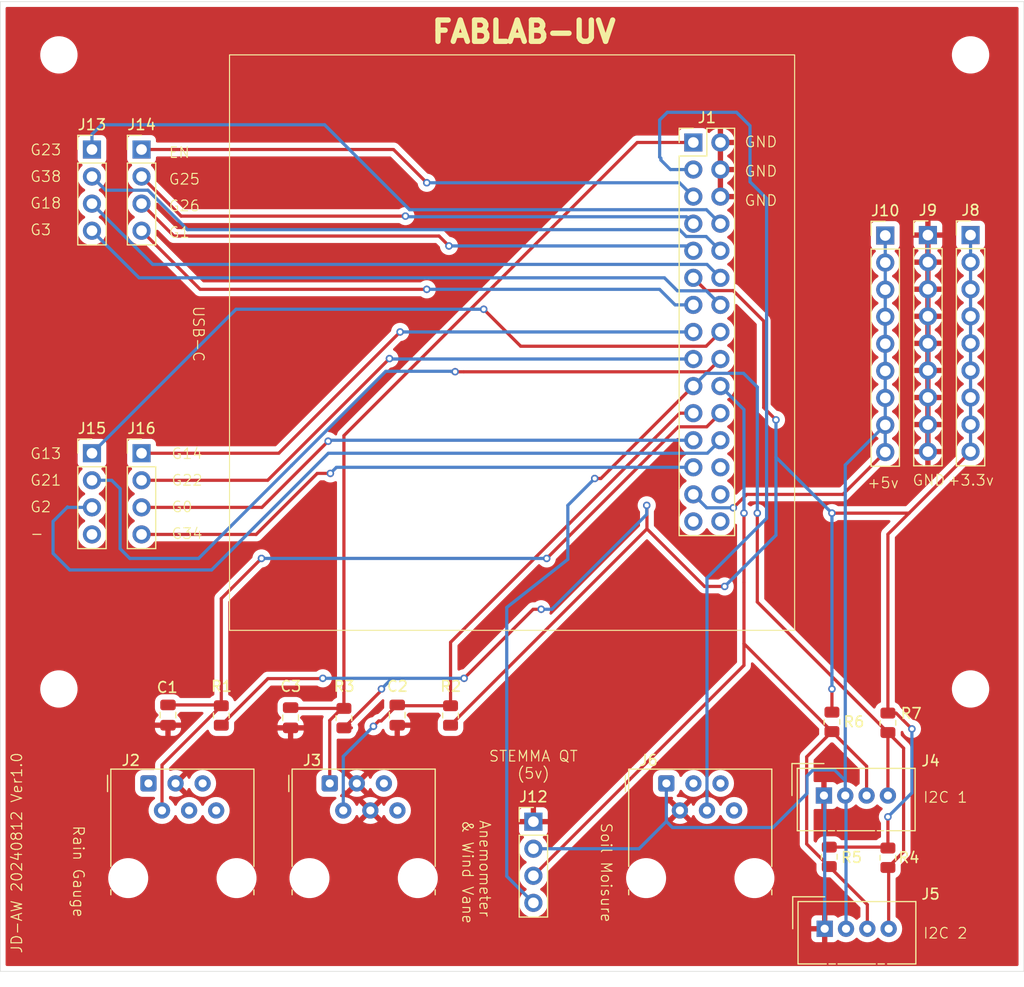
<source format=kicad_pcb>
(kicad_pcb (version 20240108) (generator "pcbnew") (generator_version "8.0")
  (layers (0 "F.Cu" signal) (31 "B.Cu" signal) (34 "B.Paste" user) (35 "F.Paste" user) (36 "B.SilkS" user "B.Silkscreen") (37 "F.SilkS" user "F.Silkscreen") (38 "B.Mask" user) (39 "F.Mask" user) (44 "Edge.Cuts" user))
  (net 0 "")
  (net 1 "GNDREF")
  (net 2 "/G27")
  (net 3 "/G19")
  (net 4 "/G35")
  (net 5 "/SDA")
  (net 6 "/SCL")
  (net 7 "+5V")
  (net 8 "/G36")
  (net 9 "/G38 MISO")
  (net 10 "/G22 intSCL")
  (net 11 "/G23 MOSI")
  (net 12 "/G18 SCK")
  (net 13 "/G13 RXD2")
  (net 14 "/G1 TXD0")
  (net 15 "/G2 I2S_DOUT")
  (net 18 "/G26 DAC")
  (net 19 "/EN")
  (net 20 "/BAT")
  (net 21 "/G34 PdmDat")
  (net 22 "/G21 intSDA")
  (net 23 "+3.3V")
  (net 25 "/G14 TXD2")
  (net 26 "/G0")
  (net 27 "/G25 DAC")
  (net 28 "/G3 RXD0")
  (footprint "Capacitor_SMD:C_0805_2012Metric" (layer "F.Cu") (at 70.98 101.95 -90)
    (property "Reference" "C3" (at -2.95 -0.02 180) (layer "F.SilkS"))
    (property "Value" "10pF")
    (pad "1" smd roundrect (at -0.95 0 270) (size 1 1.45) (layers "F.Cu" "F.Paste" "F.Mask") (net 4 "/G35"))
    (pad "2" smd roundrect (at 0.95 0 270) (size 1 1.45) (layers "F.Cu" "F.Paste" "F.Mask") (net 1 "GNDREF"))
  )
  (footprint "Resistor_SMD:R_0805_2012Metric" (layer "F.Cu") (at 64.48 101.7375 90)
    (property "Reference" "R1" (at 2.7375 0.02 0) (layer "F.SilkS"))
    (property "Value" "100K")
    (pad "1" smd roundrect (at -0.9125 0 90) (size 1.025 1.4) (layers "F.Cu" "F.Paste" "F.Mask") (roundrect_rratio 0.243902) (net 23 "+3.3V"))
    (pad "2" smd roundrect (at 0.9125 0 90) (size 1.025 1.4) (layers "F.Cu" "F.Paste" "F.Mask") (roundrect_rratio 0.243902) (net 2 "/G27"))
  )
  (footprint "Connector_PinHeader_2.54mm:PinHeader_1x04_P2.54mm_Vertical" (layer "F.Cu") (at 52.35 48.63)
    (property "Reference" "J13" (at 0 -2.33 0) (layer "F.SilkS"))
    (property "Value" "Conn_01x04")
    (pad "1" thru_hole rect (at 0 0) (size 1.7 1.7) (drill 1) (layers "*.Cu" "*.Mask") (net 11 "/G23 MOSI"))
    (pad "2" thru_hole oval (at 0 2.54) (size 1.7 1.7) (drill 1) (layers "*.Cu" "*.Mask") (net 9 "/G38 MISO"))
    (pad "3" thru_hole oval (at 0 5.08) (size 1.7 1.7) (drill 1) (layers "*.Cu" "*.Mask") (net 12 "/G18 SCK"))
    (pad "4" thru_hole oval (at 0 7.62) (size 1.7 1.7) (drill 1) (layers "*.Cu" "*.Mask") (net 28 "/G3 RXD0"))
  )
  (footprint "Connector_PinHeader_2.54mm:PinHeader_1x04_P2.54mm_Vertical" (layer "F.Cu") (at 57 48.63)
    (property "Reference" "J14" (at 0 -2.33 0) (layer "F.SilkS"))
    (property "Value" "Conn_01x04")
    (pad "1" thru_hole rect (at 0 0) (size 1.7 1.7) (drill 1) (layers "*.Cu" "*.Mask") (net 19 "/EN"))
    (pad "2" thru_hole oval (at 0 2.54) (size 1.7 1.7) (drill 1) (layers "*.Cu" "*.Mask") (net 27 "/G25 DAC"))
    (pad "3" thru_hole oval (at 0 5.08) (size 1.7 1.7) (drill 1) (layers "*.Cu" "*.Mask") (net 18 "/G26 DAC"))
    (pad "4" thru_hole oval (at 0 7.62) (size 1.7 1.7) (drill 1) (layers "*.Cu" "*.Mask") (net 14 "/G1 TXD0"))
  )
  (footprint "Connector_PinHeader_2.54mm:PinHeader_1x09_P2.54mm_Vertical" (layer "F.Cu") (at 130.75 56.66)
    (property "Reference" "J9" (at 0 -2.33 0) (layer "F.SilkS"))
    (property "Value" "Conn_01x09")
    (pad "1" thru_hole rect (at 0 0) (size 1.7 1.7) (drill 1) (layers "*.Cu" "*.Mask") (net 1 "GNDREF"))
    (pad "2" thru_hole oval (at 0 2.54) (size 1.7 1.7) (drill 1) (layers "*.Cu" "*.Mask") (net 1 "GNDREF"))
    (pad "3" thru_hole oval (at 0 5.08) (size 1.7 1.7) (drill 1) (layers "*.Cu" "*.Mask") (net 1 "GNDREF"))
    (pad "4" thru_hole oval (at 0 7.62) (size 1.7 1.7) (drill 1) (layers "*.Cu" "*.Mask") (net 1 "GNDREF"))
    (pad "5" thru_hole oval (at 0 10.16) (size 1.7 1.7) (drill 1) (layers "*.Cu" "*.Mask") (net 1 "GNDREF"))
    (pad "6" thru_hole oval (at 0 12.7) (size 1.7 1.7) (drill 1) (layers "*.Cu" "*.Mask") (net 1 "GNDREF"))
    (pad "7" thru_hole oval (at 0 15.24) (size 1.7 1.7) (drill 1) (layers "*.Cu" "*.Mask") (net 1 "GNDREF"))
    (pad "8" thru_hole oval (at 0 17.78) (size 1.7 1.7) (drill 1) (layers "*.Cu" "*.Mask") (net 1 "GNDREF"))
    (pad "9" thru_hole oval (at 0 20.32) (size 1.7 1.7) (drill 1) (layers "*.Cu" "*.Mask") (net 1 "GNDREF"))
  )
  (footprint "Connector_RJ:RJ12_Amphenol_54601-x06_Horizontal" (layer "F.Cu") (at 57.65 108.11)
    (property "Reference" "J2" (at -1.66 -2.16 0) (layer "F.SilkS"))
    (property "Value" "Conn_01x04")
    (pad "" np_thru_hole circle (at -1.9 8.89) (size 3.25 3.25) (drill 3.25) (layers "*.Cu" "*.Mask"))
    (pad "" np_thru_hole circle (at 8.26 8.89) (size 3.25 3.25) (drill 3.25) (layers "*.Cu" "*.Mask"))
    (pad "1" thru_hole roundrect (at 0 0) (size 1.52 1.52) (drill 0.76) (layers "*.Cu" "*.Mask") (roundrect_rratio 0.1644736842))
    (pad "2" thru_hole circle (at 1.27 2.54) (size 1.52 1.52) (drill 0.76) (layers "*.Cu" "*.Mask") (net 2 "/G27"))
    (pad "3" thru_hole circle (at 2.54 0) (size 1.52 1.52) (drill 0.76) (layers "*.Cu" "*.Mask") (net 1 "GNDREF"))
    (pad "4" thru_hole circle (at 3.81 2.54) (size 1.52 1.52) (drill 0.76) (layers "*.Cu" "*.Mask"))
    (pad "5" thru_hole circle (at 5.08 0) (size 1.52 1.52) (drill 0.76) (layers "*.Cu" "*.Mask"))
    (pad "6" thru_hole circle (at 6.35 2.54) (size 1.52 1.52) (drill 0.76) (layers "*.Cu" "*.Mask"))
  )
  (footprint "Connector:NS-Tech_Grove_1x04_P2mm_Vertical" (layer "F.Cu") (at 121.07 121.75 90)
    (property "Reference" "J5" (at 3.25 9.93 0) (layer "F.SilkS"))
    (property "Value" "Conn_01x04")
    (pad "1" thru_hole rect (at 0 0 90) (size 1.524 1.524) (drill 0.762) (layers "*.Cu" "*.Mask") (net 1 "GNDREF"))
    (pad "2" thru_hole circle (at 0 2 90) (size 1.524 1.524) (drill 0.762) (layers "*.Cu" "*.Mask") (net 7 "+5V"))
    (pad "3" thru_hole circle (at 0 4 90) (size 1.524 1.524) (drill 0.762) (layers "*.Cu" "*.Mask") (net 5 "/SDA"))
    (pad "4" thru_hole circle (at 0 6 90) (size 1.524 1.524) (drill 0.762) (layers "*.Cu" "*.Mask") (net 6 "/SCL"))
  )
  (footprint "MountingHole:MountingHole_3mm" (layer "F.Cu") (at 49.25 39.75 -90)
    (property "Reference" "H3" (hide yes))
    (property "Value" "MountingHole")
    (pad "" np_thru_hole circle (at 0 0 270) (size 3 3) (drill 3) (layers "*.Cu" "*.Mask"))
  )
  (footprint "Connector_RJ:RJ12_Amphenol_54601-x06_Horizontal" (layer "F.Cu") (at 74.65 108.11)
    (property "Reference" "J3" (at -1.66 -2.16 0) (layer "F.SilkS"))
    (property "Value" "Conn_01x04")
    (pad "" np_thru_hole circle (at -1.9 8.89) (size 3.25 3.25) (drill 3.25) (layers "*.Cu" "*.Mask"))
    (pad "" np_thru_hole circle (at 8.26 8.89) (size 3.25 3.25) (drill 3.25) (layers "*.Cu" "*.Mask"))
    (pad "1" thru_hole roundrect (at 0 0) (size 1.52 1.52) (drill 0.76) (layers "*.Cu" "*.Mask") (roundrect_rratio 0.1644736842) (net 4 "/G35"))
    (pad "2" thru_hole circle (at 1.27 2.54) (size 1.52 1.52) (drill 0.76) (layers "*.Cu" "*.Mask") (net 3 "/G19"))
    (pad "3" thru_hole circle (at 2.54 0) (size 1.52 1.52) (drill 0.76) (layers "*.Cu" "*.Mask") (net 1 "GNDREF"))
    (pad "4" thru_hole circle (at 3.81 2.54) (size 1.52 1.52) (drill 0.76) (layers "*.Cu" "*.Mask") (net 1 "GNDREF"))
    (pad "5" thru_hole circle (at 5.08 0) (size 1.52 1.52) (drill 0.76) (layers "*.Cu" "*.Mask"))
    (pad "6" thru_hole circle (at 6.35 2.54) (size 1.52 1.52) (drill 0.76) (layers "*.Cu" "*.Mask"))
  )
  (footprint "MountingHole:MountingHole_3mm" (layer "F.Cu") (at 134.75 39.75 -90)
    (property "Reference" "H2" (hide yes))
    (property "Value" "MountingHole")
    (pad "" np_thru_hole circle (at 0 0 270) (size 3 3) (drill 3) (layers "*.Cu" "*.Mask"))
  )
  (footprint "Resistor_SMD:R_0805_2012Metric" (layer "F.Cu") (at 75.98 101.9875 -90)
    (property "Reference" "R3" (at -2.9875 -0.02 180) (layer "F.SilkS"))
    (property "Value" "10K")
    (pad "1" smd roundrect (at -0.9125 0 270) (size 1.025 1.4) (layers "F.Cu" "F.Paste" "F.Mask") (roundrect_rratio 0.243902) (net 4 "/G35"))
    (pad "2" smd roundrect (at 0.9125 0 270) (size 1.025 1.4) (layers "F.Cu" "F.Paste" "F.Mask") (roundrect_rratio 0.243902) (net 23 "+3.3V"))
  )
  (footprint "MountingHole:MountingHole_3mm" (layer "F.Cu") (at 49.25 99.25 -90)
    (property "Reference" "H4" (hide yes))
    (property "Value" "MountingHole")
    (pad "" np_thru_hole circle (at 0 0 270) (size 3 3) (drill 3) (layers "*.Cu" "*.Mask"))
  )
  (footprint "Capacitor_SMD:C_0805_2012Metric" (layer "F.Cu") (at 80.98 101.7 -90)
    (property "Reference" "C2" (at -2.7 -0.02 180) (layer "F.SilkS"))
    (property "Value" "10pF")
    (pad "1" smd roundrect (at -0.95 0 270) (size 1 1.45) (layers "F.Cu" "F.Paste" "F.Mask") (net 3 "/G19"))
    (pad "2" smd roundrect (at 0.95 0 270) (size 1 1.45) (layers "F.Cu" "F.Paste" "F.Mask") (net 1 "GNDREF"))
  )
  (footprint "Connector_RJ:RJ12_Amphenol_54601-x06_Horizontal" (layer "F.Cu") (at 106.22 108.11)
    (property "Reference" "J6" (at -1.66 -2.16 0) (layer "F.SilkS"))
    (property "Value" "Conn_01x04")
    (pad "" np_thru_hole circle (at -1.9 8.89) (size 3.25 3.25) (drill 3.25) (layers "*.Cu" "*.Mask"))
    (pad "" np_thru_hole circle (at 8.26 8.89) (size 3.25 3.25) (drill 3.25) (layers "*.Cu" "*.Mask"))
    (pad "1" thru_hole roundrect (at 0 0) (size 1.52 1.52) (drill 0.76) (layers "*.Cu" "*.Mask") (roundrect_rratio 0.1644736842) (net 7 "+5V"))
    (pad "2" thru_hole circle (at 1.27 2.54) (size 1.52 1.52) (drill 0.76) (layers "*.Cu" "*.Mask") (net 1 "GNDREF"))
    (pad "3" thru_hole circle (at 2.54 0) (size 1.52 1.52) (drill 0.76) (layers "*.Cu" "*.Mask"))
    (pad "4" thru_hole circle (at 3.81 2.54) (size 1.52 1.52) (drill 0.76) (layers "*.Cu" "*.Mask") (net 8 "/G36"))
    (pad "5" thru_hole circle (at 5.08 0) (size 1.52 1.52) (drill 0.76) (layers "*.Cu" "*.Mask"))
    (pad "6" thru_hole circle (at 6.35 2.54) (size 1.52 1.52) (drill 0.76) (layers "*.Cu" "*.Mask"))
  )
  (footprint "Connector_PinHeader_2.54mm:PinHeader_1x04_P2.54mm_Vertical" (layer "F.Cu") (at 52.35 77.13)
    (property "Reference" "J15" (at 0 -2.33 0) (layer "F.SilkS"))
    (property "Value" "Conn_01x04")
    (pad "1" thru_hole rect (at 0 0) (size 1.7 1.7) (drill 1) (layers "*.Cu" "*.Mask") (net 13 "/G13 RXD2"))
    (pad "2" thru_hole oval (at 0 2.54) (size 1.7 1.7) (drill 1) (layers "*.Cu" "*.Mask") (net 22 "/G21 intSDA"))
    (pad "3" thru_hole oval (at 0 5.08) (size 1.7 1.7) (drill 1) (layers "*.Cu" "*.Mask") (net 15 "/G2 I2S_DOUT"))
    (pad "4" thru_hole oval (at 0 7.62) (size 1.7 1.7) (drill 1) (layers "*.Cu" "*.Mask"))
  )
  (footprint "Resistor_SMD:R_0805_2012Metric" (layer "F.Cu") (at 127 102.425 -90)
    (property "Reference" "R7" (at -0.875 -2.18 180) (layer "F.SilkS"))
    (property "Value" "10K")
    (pad "1" smd roundrect (at -0.9125 0 270) (size 1.025 1.4) (layers "F.Cu" "F.Paste" "F.Mask") (roundrect_rratio 0.243902) (net 23 "+3.3V"))
    (pad "2" smd roundrect (at 0.9125 0 270) (size 1.025 1.4) (layers "F.Cu" "F.Paste" "F.Mask") (roundrect_rratio 0.243902) (net 6 "/SCL"))
  )
  (footprint "Resistor_SMD:R_0805_2012Metric" (layer "F.Cu") (at 85.98 101.7375 90)
    (property "Reference" "R2" (at 2.7375 0.02 0) (layer "F.SilkS"))
    (property "Value" "100K")
    (pad "1" smd roundrect (at -0.9125 0 90) (size 1.025 1.4) (layers "F.Cu" "F.Paste" "F.Mask") (roundrect_rratio 0.243902) (net 23 "+3.3V"))
    (pad "2" smd roundrect (at 0.9125 0 90) (size 1.025 1.4) (layers "F.Cu" "F.Paste" "F.Mask") (roundrect_rratio 0.243902) (net 3 "/G19"))
  )
  (footprint "Resistor_SMD:R_0805_2012Metric" (layer "F.Cu") (at 127 115.0875 -90)
    (property "Reference" "R4" (at -0.0075 -1.97 180) (layer "F.SilkS"))
    (property "Value" "10K")
    (pad "1" smd roundrect (at -0.9125 0 270) (size 1.025 1.4) (layers "F.Cu" "F.Paste" "F.Mask") (roundrect_rratio 0.243902) (net 23 "+3.3V"))
    (pad "2" smd roundrect (at 0.9125 0 270) (size 1.025 1.4) (layers "F.Cu" "F.Paste" "F.Mask") (roundrect_rratio 0.243902) (net 6 "/SCL"))
  )
  (footprint "Connector_PinHeader_2.54mm:PinHeader_1x09_P2.54mm_Vertical" (layer "F.Cu") (at 126.75 56.7)
    (property "Reference" "J10" (at 0 -2.33 0) (layer "F.SilkS"))
    (property "Value" "Conn_01x09")
    (pad "1" thru_hole rect (at 0 0) (size 1.7 1.7) (drill 1) (layers "*.Cu" "*.Mask") (net 7 "+5V"))
    (pad "2" thru_hole oval (at 0 2.54) (size 1.7 1.7) (drill 1) (layers "*.Cu" "*.Mask") (net 7 "+5V"))
    (pad "3" thru_hole oval (at 0 5.08) (size 1.7 1.7) (drill 1) (layers "*.Cu" "*.Mask") (net 7 "+5V"))
    (pad "4" thru_hole oval (at 0 7.62) (size 1.7 1.7) (drill 1) (layers "*.Cu" "*.Mask") (net 7 "+5V"))
    (pad "5" thru_hole oval (at 0 10.16) (size 1.7 1.7) (drill 1) (layers "*.Cu" "*.Mask") (net 7 "+5V"))
    (pad "6" thru_hole oval (at 0 12.7) (size 1.7 1.7) (drill 1) (layers "*.Cu" "*.Mask") (net 7 "+5V"))
    (pad "7" thru_hole oval (at 0 15.24) (size 1.7 1.7) (drill 1) (layers "*.Cu" "*.Mask") (net 7 "+5V"))
    (pad "8" thru_hole oval (at 0 17.78) (size 1.7 1.7) (drill 1) (layers "*.Cu" "*.Mask") (net 7 "+5V"))
    (pad "9" thru_hole oval (at 0 20.32) (size 1.7 1.7) (drill 1) (layers "*.Cu" "*.Mask") (net 7 "+5V"))
  )
  (footprint "Connector:NS-Tech_Grove_1x04_P2mm_Vertical" (layer "F.Cu") (at 121 109.25 90)
    (property "Reference" "J4" (at 3.25 10 0) (layer "F.SilkS"))
    (property "Value" "Conn_01x04")
    (pad "1" thru_hole rect (at 0 0 90) (size 1.524 1.524) (drill 0.762) (layers "*.Cu" "*.Mask") (net 1 "GNDREF"))
    (pad "2" thru_hole circle (at 0 2 90) (size 1.524 1.524) (drill 0.762) (layers "*.Cu" "*.Mask") (net 7 "+5V"))
    (pad "3" thru_hole circle (at 0 4 90) (size 1.524 1.524) (drill 0.762) (layers "*.Cu" "*.Mask") (net 5 "/SDA"))
    (pad "4" thru_hole circle (at 0 6 90) (size 1.524 1.524) (drill 0.762) (layers "*.Cu" "*.Mask") (net 6 "/SCL"))
  )
  (footprint "Capacitor_SMD:C_0805_2012Metric" (layer "F.Cu") (at 59.48 101.7 -90)
    (property "Reference" "C1" (at -2.6 0.07 360) (layer "F.SilkS"))
    (property "Value" "10pF" (hide yes))
    (pad "1" smd roundrect (at -0.95 0 270) (size 1 1.45) (layers "F.Cu" "F.Paste" "F.Mask") (net 2 "/G27"))
    (pad "2" smd roundrect (at 0.95 0 270) (size 1 1.45) (layers "F.Cu" "F.Paste" "F.Mask") (net 1 "GNDREF"))
  )
  (footprint "Connector_PinHeader_2.54mm:PinHeader_1x04_P2.54mm_Vertical" (layer "F.Cu") (at 57 77.13)
    (property "Reference" "J16" (at 0 -2.33 0) (layer "F.SilkS"))
    (property "Value" "Conn_01x04")
    (pad "1" thru_hole rect (at 0 0) (size 1.7 1.7) (drill 1) (layers "*.Cu" "*.Mask") (net 25 "/G14 TXD2"))
    (pad "2" thru_hole oval (at 0 2.54) (size 1.7 1.7) (drill 1) (layers "*.Cu" "*.Mask") (net 10 "/G22 intSCL"))
    (pad "3" thru_hole oval (at 0 5.08) (size 1.7 1.7) (drill 1) (layers "*.Cu" "*.Mask") (net 26 "/G0"))
    (pad "4" thru_hole oval (at 0 7.62) (size 1.7 1.7) (drill 1) (layers "*.Cu" "*.Mask") (net 21 "/G34 PdmDat"))
  )
  (footprint "MountingHole:MountingHole_3mm" (layer "F.Cu") (at 134.75 99.25 -90)
    (property "Reference" "H1" (hide yes))
    (property "Value" "MountingHole")
    (pad "" np_thru_hole circle (at 0 0 270) (size 3 3) (drill 3) (layers "*.Cu" "*.Mask"))
  )
  (footprint "Resistor_SMD:R_0805_2012Metric" (layer "F.Cu") (at 121.5 115 -90)
    (property "Reference" "R5" (at 0.06 -2.09 180) (layer "F.SilkS"))
    (property "Value" "10K")
    (pad "1" smd roundrect (at -0.9125 0 270) (size 1.025 1.4) (layers "F.Cu" "F.Paste" "F.Mask") (roundrect_rratio 0.243902) (net 23 "+3.3V"))
    (pad "2" smd roundrect (at 0.9125 0 270) (size 1.025 1.4) (layers "F.Cu" "F.Paste" "F.Mask") (roundrect_rratio 0.243902) (net 5 "/SDA"))
  )
  (footprint "Resistor_SMD:R_0805_2012Metric" (layer "F.Cu") (at 121.75 102.3375 -90)
    (property "Reference" "R6" (at -0.0075 -2.06 180) (layer "F.SilkS"))
    (property "Value" "10K")
    (pad "1" smd roundrect (at -0.9125 0 270) (size 1.025 1.4) (layers "F.Cu" "F.Paste" "F.Mask") (roundrect_rratio 0.243902) (net 23 "+3.3V"))
    (pad "2" smd roundrect (at 0.9125 0 270) (size 1.025 1.4) (layers "F.Cu" "F.Paste" "F.Mask") (roundrect_rratio 0.243902) (net 5 "/SDA"))
  )
  (footprint "Connector_PinHeader_2.54mm:PinHeader_1x09_P2.54mm_Vertical" (layer "F.Cu") (at 134.75 56.66)
    (property "Reference" "J8" (at 0 -2.33 0) (layer "F.SilkS"))
    (property "Value" "Conn_01x09")
    (pad "1" thru_hole rect (at 0 0) (size 1.7 1.7) (drill 1) (layers "*.Cu" "*.Mask") (net 23 "+3.3V"))
    (pad "2" thru_hole oval (at 0 2.54) (size 1.7 1.7) (drill 1) (layers "*.Cu" "*.Mask") (net 23 "+3.3V"))
    (pad "3" thru_hole oval (at 0 5.08) (size 1.7 1.7) (drill 1) (layers "*.Cu" "*.Mask") (net 23 "+3.3V"))
    (pad "4" thru_hole oval (at 0 7.62) (size 1.7 1.7) (drill 1) (layers "*.Cu" "*.Mask") (net 23 "+3.3V"))
    (pad "5" thru_hole oval (at 0 10.16) (size 1.7 1.7) (drill 1) (layers "*.Cu" "*.Mask") (net 23 "+3.3V"))
    (pad "6" thru_hole oval (at 0 12.7) (size 1.7 1.7) (drill 1) (layers "*.Cu" "*.Mask") (net 23 "+3.3V"))
    (pad "7" thru_hole oval (at 0 15.24) (size 1.7 1.7) (drill 1) (layers "*.Cu" "*.Mask") (net 23 "+3.3V"))
    (pad "8" thru_hole oval (at 0 17.78) (size 1.7 1.7) (drill 1) (layers "*.Cu" "*.Mask") (net 23 "+3.3V"))
    (pad "9" thru_hole oval (at 0 20.32) (size 1.7 1.7) (drill 1) (layers "*.Cu" "*.Mask") (net 23 "+3.3V"))
  )
  (footprint "Connector_PinHeader_2.54mm:PinHeader_2x15_P2.54mm_Vertical" (layer "F.Cu") (at 108.75 47.97)
    (property "Reference" "J1" (at 1.27 -2.33 0) (layer "F.SilkS"))
    (property "Value" "Conn_02x15_Odd_Even")
    (pad "1" thru_hole rect (at 0 0) (size 1.7 1.7) (drill 1) (layers "*.Cu" "*.Mask") (net 4 "/G35"))
    (pad "2" thru_hole oval (at 2.54 0) (size 1.7 1.7) (drill 1) (layers "*.Cu" "*.Mask") (net 1 "GNDREF"))
    (pad "3" thru_hole oval (at 0 2.54) (size 1.7 1.7) (drill 1) (layers "*.Cu" "*.Mask") (net 8 "/G36"))
    (pad "4" thru_hole oval (at 2.54 2.54) (size 1.7 1.7) (drill 1) (layers "*.Cu" "*.Mask") (net 1 "GNDREF"))
    (pad "5" thru_hole oval (at 0 5.08) (size 1.7 1.7) (drill 1) (layers "*.Cu" "*.Mask") (net 19 "/EN"))
    (pad "6" thru_hole oval (at 2.54 5.08) (size 1.7 1.7) (drill 1) (layers "*.Cu" "*.Mask") (net 1 "GNDREF"))
    (pad "7" thru_hole oval (at 0 7.62) (size 1.7 1.7) (drill 1) (layers "*.Cu" "*.Mask") (net 27 "/G25 DAC"))
    (pad "8" thru_hole oval (at 2.54 7.62) (size 1.7 1.7) (drill 1) (layers "*.Cu" "*.Mask") (net 11 "/G23 MOSI"))
    (pad "9" thru_hole oval (at 0 10.16) (size 1.7 1.7) (drill 1) (layers "*.Cu" "*.Mask") (net 18 "/G26 DAC"))
    (pad "10" thru_hole oval (at 2.54 10.16) (size 1.7 1.7) (drill 1) (layers "*.Cu" "*.Mask") (net 9 "/G38 MISO"))
    (pad "11" thru_hole oval (at 0 12.7) (size 1.7 1.7) (drill 1) (layers "*.Cu" "*.Mask") (net 23 "+3.3V"))
    (pad "12" thru_hole oval (at 2.54 12.7) (size 1.7 1.7) (drill 1) (layers "*.Cu" "*.Mask") (net 12 "/G18 SCK"))
    (pad "13" thru_hole oval (at 0 15.24) (size 1.7 1.7) (drill 1) (layers "*.Cu" "*.Mask") (net 14 "/G1 TXD0"))
    (pad "14" thru_hole oval (at 2.54 15.24) (size 1.7 1.7) (drill 1) (layers "*.Cu" "*.Mask") (net 28 "/G3 RXD0"))
    (pad "15" thru_hole oval (at 0 17.78) (size 1.7 1.7) (drill 1) (layers "*.Cu" "*.Mask") (net 25 "/G14 TXD2"))
    (pad "16" thru_hole oval (at 2.54 17.78) (size 1.7 1.7) (drill 1) (layers "*.Cu" "*.Mask") (net 13 "/G13 RXD2"))
    (pad "17" thru_hole oval (at 0 20.32) (size 1.7 1.7) (drill 1) (layers "*.Cu" "*.Mask") (net 10 "/G22 intSCL"))
    (pad "18" thru_hole oval (at 2.54 20.32) (size 1.7 1.7) (drill 1) (layers "*.Cu" "*.Mask") (net 22 "/G21 intSDA"))
    (pad "19" thru_hole oval (at 0 22.86) (size 1.7 1.7) (drill 1) (layers "*.Cu" "*.Mask") (net 6 "/SCL"))
    (pad "20" thru_hole oval (at 2.54 22.86) (size 1.7 1.7) (drill 1) (layers "*.Cu" "*.Mask") (net 5 "/SDA"))
    (pad "21" thru_hole oval (at 0 25.4) (size 1.7 1.7) (drill 1) (layers "*.Cu" "*.Mask") (net 3 "/G19"))
    (pad "22" thru_hole oval (at 2.54 25.4) (size 1.7 1.7) (drill 1) (layers "*.Cu" "*.Mask") (net 2 "/G27"))
    (pad "23" thru_hole oval (at 0 27.94) (size 1.7 1.7) (drill 1) (layers "*.Cu" "*.Mask") (net 26 "/G0"))
    (pad "24" thru_hole oval (at 2.54 27.94) (size 1.7 1.7) (drill 1) (layers "*.Cu" "*.Mask") (net 15 "/G2 I2S_DOUT"))
    (pad "25" thru_hole oval (at 0 30.48) (size 1.7 1.7) (drill 1) (layers "*.Cu" "*.Mask") (net 21 "/G34 PdmDat"))
    (pad "26" thru_hole oval (at 2.54 30.48) (size 1.7 1.7) (drill 1) (layers "*.Cu" "*.Mask"))
    (pad "27" thru_hole oval (at 0 33.02) (size 1.7 1.7) (drill 1) (layers "*.Cu" "*.Mask") (net 7 "+5V"))
    (pad "28" thru_hole oval (at 2.54 33.02) (size 1.7 1.7) (drill 1) (layers "*.Cu" "*.Mask"))
    (pad "29" thru_hole oval (at 0 35.56) (size 1.7 1.7) (drill 1) (layers "*.Cu" "*.Mask") (net 20 "/BAT"))
    (pad "30" thru_hole oval (at 2.54 35.56) (size 1.7 1.7) (drill 1) (layers "*.Cu" "*.Mask"))
  )
  (footprint "Connector_PinHeader_2.54mm:PinHeader_1x04_P2.54mm_Vertical" (layer "F.Cu") (at 93.75 111.7)
    (property "Reference" "J12" (at 0 -2.33 0) (layer "F.SilkS"))
    (property "Value" "Conn_01x04")
    (pad "1" thru_hole rect (at 0 0) (size 1.7 1.7) (drill 1) (layers "*.Cu" "*.Mask") (net 1 "GNDREF"))
    (pad "2" thru_hole oval (at 0 2.54) (size 1.7 1.7) (drill 1) (layers "*.Cu" "*.Mask") (net 7 "+5V"))
    (pad "3" thru_hole oval (at 0 5.08) (size 1.7 1.7) (drill 1) (layers "*.Cu" "*.Mask") (net 5 "/SDA"))
    (pad "4" thru_hole oval (at 0 7.62) (size 1.7 1.7) (drill 1) (layers "*.Cu" "*.Mask") (net 6 "/SCL"))
  )
  (gr_rect (start 65.25 39.75) (end 118.25 93.75) (stroke (width 0.1)) (fill none) (layer "F.SilkS"))
  (gr_rect (start 43.75 34.75) (end 139.75 125.75) (stroke (width 0.05)) (fill none) (layer "Edge.Cuts"))
  (gr_text "G22" (at 59.75 80.25 0) (layer "F.SilkS") (effects (font (size 1 1) (thickness 0.1)) (justify left bottom)))
  (gr_text "G1\n" (at 59.5 57 0) (layer "F.SilkS") (effects (font (size 1 1) (thickness 0.1)) (justify left bottom)))
  (gr_text "JD-AW 20240812 Ver1.0" (at 45.88 124.13 90) (layer "F.SilkS") (effects (font (size 1 1) (thickness 0.1)) (justify left bottom)))
  (gr_text "USB-C" (at 61.75 63.25 -90) (layer "F.SilkS") (effects (font (size 1 1) (thickness 0.1)) (justify left bottom)))
  (gr_text "FABLAB-UV" (at 84 38.75 0) (layer "F.SilkS") (effects (font (size 2 2) (thickness 0.5) (bold yes)) (justify left bottom)))
  (gr_text "G34" (at 59.75 85.25 0) (layer "F.SilkS") (effects (font (size 1 1) (thickness 0.1)) (justify left bottom)))
  (gr_text "G21" (at 46.5 80.25 0) (layer "F.SilkS") (effects (font (size 1 1) (thickness 0.1)) (justify left bottom)))
  (gr_text "+3.3v\n" (at 132.5 80.25 0) (layer "F.SilkS") (effects (font (size 1 1) (thickness 0.1)) (justify left bottom)))
  (gr_text "GND" (at 113.5 51.25 0) (layer "F.SilkS") (effects (font (size 1 1) (thickness 0.1)) (justify left bottom)))
  (gr_text "GND" (at 113.5 54 0) (layer "F.SilkS") (effects (font (size 1 1) (thickness 0.1)) (justify left bottom)))
  (gr_text "EN\n" (at 59.5 49.5 0) (layer "F.SilkS") (effects (font (size 1 1) (thickness 0.1)) (justify left bottom)))
  (gr_text "Anemometer \n& Wind Vane" (at 87 111.5 -90) (layer "F.SilkS") (effects (font (size 1 1) (thickness 0.1)) (justify left bottom)))
  (gr_text "I2C 2\n" (at 130.25 122.75 0) (layer "F.SilkS") (effects (font (size 1 1) (thickness 0.1)) (justify left bottom)))
  (gr_text "Rain Gauge\n" (at 50.5 112 -90) (layer "F.SilkS") (effects (font (size 1 1) (thickness 0.1)) (justify left bottom)))
  (gr_text "G18\n" (at 46.5 54.25 0) (layer "F.SilkS") (effects (font (size 1 1) (thickness 0.1)) (justify left bottom)))
  (gr_text "I2C 1\n" (at 130.25 110 0) (layer "F.SilkS") (effects (font (size 1 1) (thickness 0.1)) (justify left bottom)))
  (gr_text "Soil Moisure" (at 100 111.75 -90) (layer "F.SilkS") (effects (font (size 1 1) (thickness 0.1)) (justify left bottom)))
  (gr_text "GND" (at 129.25 80.25 0) (layer "F.SilkS") (effects (font (size 1 1) (thickness 0.1)) (justify left bottom)))
  (gr_text "STEMMA QT\n(5v)" (at 93.75 107.75 0) (layer "F.SilkS") (effects (font (size 1 1) (thickness 0.1)) (justify bottom)))
  (gr_text "G3\n" (at 46.5 56.75 0) (layer "F.SilkS") (effects (font (size 1 1) (thickness 0.1)) (justify left bottom)))
  (gr_text "G2" (at 46.5 82.75 0) (layer "F.SilkS") (effects (font (size 1 1) (thickness 0.1)) (justify left bottom)))
  (gr_text "G13\n" (at 46.5 77.75 0) (layer "F.SilkS") (effects (font (size 1 1) (thickness 0.1)) (justify left bottom)))
  (gr_text "G38\n" (at 46.5 51.75 0) (layer "F.SilkS") (effects (font (size 1 1) (thickness 0.1)) (justify left bottom)))
  (gr_text "G26\n" (at 59.5 54.5 0) (layer "F.SilkS") (effects (font (size 1 1) (thickness 0.1)) (justify left bottom)))
  (gr_text "G14\n" (at 59.75 77.75 0) (layer "F.SilkS") (effects (font (size 1 1) (thickness 0.1)) (justify left bottom)))
  (gr_text "G23" (at 46.5 49.25 0) (layer "F.SilkS") (effects (font (size 1 1) (thickness 0.1)) (justify left bottom)))
  (gr_text "GND" (at 113.5 48.5 0) (layer "F.SilkS") (effects (font (size 1 1) (thickness 0.1)) (justify left bottom)))
  (gr_text "G25\n" (at 59.5 52 0) (layer "F.SilkS") (effects (font (size 1 1) (thickness 0.1)) (justify left bottom)))
  (gr_text "-" (at 46.5 85.25 0) (layer "F.SilkS") (effects (font (size 1 1) (thickness 0.1)) (justify left bottom)))
  (gr_text "+5v\n" (at 125 80.5 0) (layer "F.SilkS") (effects (font (size 1 1) (thickness 0.1)) (justify left bottom)))
  (gr_text "G0" (at 59.75 82.75 0) (layer "F.SilkS") (effects (font (size 1 1) (thickness 0.1)) (justify left bottom)))
  (segment (start 130.75 74.44) (end 130.75 76.98) (width 0.3) (layer "B.Cu") (net 1))
  (segment (start 130.75 61.74) (end 130.75 64.28) (width 0.3) (layer "B.Cu") (net 1))
  (segment (start 130.75 56.66) (end 130.75 59.2) (width 0.3) (layer "B.Cu") (net 1))
  (segment (start 130.75 59.2) (end 130.75 61.74) (width 0.3) (layer "B.Cu") (net 1))
  (segment (start 121.07 109.32) (end 121 109.25) (width 0.3) (layer "B.Cu") (net 1))
  (segment (start 130.75 64.28) (end 130.75 66.82) (width 0.3) (layer "B.Cu") (net 1))
  (segment (start 130.75 71.9) (end 130.75 74.44) (width 0.3) (layer "B.Cu") (net 1))
  (segment (start 121.07 121.75) (end 121.07 109.32) (width 0.3) (layer "B.Cu") (net 1))
  (segment (start 130.75 69.36) (end 130.75 71.9) (width 0.3) (layer "B.Cu") (net 1))
  (segment (start 130.75 66.82) (end 130.75 69.36) (width 0.3) (layer "B.Cu") (net 1))
  (segment (start 58.92 110.65) (end 58.92 106.385) (width 0.3) (layer "F.Cu") (net 2))
  (segment (start 64.48 90.77) (end 68.25 87) (width 0.3) (layer "F.Cu") (net 2))
  (segment (start 95 87) (end 107.35 74.65) (width 0.3) (layer "F.Cu") (net 2))
  (segment (start 64.405 100.75) (end 64.48 100.825) (width 0.3) (layer "F.Cu") (net 2))
  (segment (start 64.48 100.825) (end 64.48 90.77) (width 0.3) (layer "F.Cu") (net 2))
  (segment (start 110.01 74.65) (end 111.29 73.37) (width 0.3) (layer "F.Cu") (net 2))
  (segment (start 58.92 106.385) (end 64.48 100.825) (width 0.3) (layer "F.Cu") (net 2))
  (segment (start 59.48 100.75) (end 64.405 100.75) (width 0.3) (layer "F.Cu") (net 2))
  (segment (start 95.12 87) (end 95 87) (width 0.3) (layer "F.Cu") (net 2))
  (segment (start 107.35 74.65) (end 110.01 74.65) (width 0.3) (layer "F.Cu") (net 2))
  (via (at 68.25 87) (size 0.7) (drill 0.4) (layers "F.Cu" "B.Cu") (net 2))
  (via (at 95 87) (size 0.7) (drill 0.4) (layers "F.Cu" "B.Cu") (net 2))
  (segment (start 68.25 87) (end 95 87) (width 0.3) (layer "B.Cu") (net 2))
  (segment (start 85.98 100.825) (end 81.055 100.825) (width 0.3) (layer "F.Cu") (net 3))
  (segment (start 81.055 100.825) (end 80.98 100.75) (width 0.3) (layer "F.Cu") (net 3))
  (segment (start 85.98 100.825) (end 85.98 94.871471) (width 0.3) (layer "F.Cu") (net 3))
  (segment (start 79.48 102.25) (end 80.98 100.75) (width 0.3) (layer "F.Cu") (net 3))
  (segment (start 78.75 102.75) (end 79.25 102.25) (width 0.3) (layer "F.Cu") (net 3))
  (segment (start 85.98 94.871471) (end 107.481471 73.37) (width 0.3) (layer "F.Cu") (net 3))
  (segment (start 107.481471 73.37) (end 108.75 73.37) (width 0.3) (layer "F.Cu") (net 3))
  (segment (start 79.25 102.25) (end 79.48 102.25) (width 0.3) (layer "F.Cu") (net 3))
  (via (at 78.75 102.75) (size 0.7) (drill 0.4) (layers "F.Cu" "B.Cu") (net 3))
  (segment (start 75.92 110.65) (end 75.92 105.58) (width 0.3) (layer "B.Cu") (net 3))
  (segment (start 75.92 105.58) (end 78.75 102.75) (width 0.3) (layer "B.Cu") (net 3))
  (segment (start 103.49 47.97) (end 108.75 47.97) (width 0.3) (layer "F.Cu") (net 4))
  (segment (start 75.98 101.075) (end 71.055 101.075) (width 0.3) (layer "F.Cu") (net 4))
  (segment (start 74.65 102.2) (end 75.775 101.075) (width 0.3) (layer "F.Cu") (net 4))
  (segment (start 74.65 108.11) (end 74.65 102.2) (width 0.3) (layer "F.Cu") (net 4))
  (segment (start 75.98 101.075) (end 75.98 75.48) (width 0.3) (layer "F.Cu") (net 4))
  (segment (start 71.055 101.075) (end 70.98 101) (width 0.3) (layer "F.Cu") (net 4))
  (segment (start 75.775 101.075) (end 75.98 101.075) (width 0.3) (layer "F.Cu") (net 4))
  (segment (start 75.98 75.48) (end 103.49 47.97) (width 0.3) (layer "F.Cu") (net 4))
  (segment (start 113.5 89.25) (end 113.5 82.75) (width 0.3) (layer "F.Cu") (net 5))
  (segment (start 121.5 115.9125) (end 119.38 113.7925) (width 0.3) (layer "F.Cu") (net 5))
  (segment (start 113.5 97.03) (end 93.75 116.78) (width 0.3) (layer "F.Cu") (net 5))
  (segment (start 125 106.5) (end 121.75 103.25) (width 0.3) (layer "F.Cu") (net 5))
  (segment (start 113.5 95) (end 113.5 89.25) (width 0.3) (layer "F.Cu") (net 5))
  (segment (start 119.38 113.7925) (end 119.38 105.62) (width 0.3) (layer "F.Cu") (net 5))
  (segment (start 119.38 105.62) (end 121.75 103.25) (width 0.3) (layer "F.Cu") (net 5))
  (segment (start 113.5 95) (end 113.5 97.03) (width 0.3) (layer "F.Cu") (net 5))
  (segment (start 125 109.25) (end 125 106.5) (width 0.3) (layer "F.Cu") (net 5))
  (segment (start 121.75 103.25) (end 113.5 95) (width 0.3) (layer "F.Cu") (net 5))
  (segment (start 125.07 119.4825) (end 121.5 115.9125) (width 0.3) (layer "F.Cu") (net 5))
  (segment (start 125.07 121.75) (end 125.07 119.4825) (width 0.3) (layer "F.Cu") (net 5))
  (via (at 113.5 82.75) (size 0.7) (drill 0.4) (layers "F.Cu" "B.Cu") (net 5))
  (segment (start 113.5 73.04) (end 111.29 70.83) (width 0.3) (layer "B.Cu") (net 5))
  (segment (start 113.5 82.75) (end 113.5 73.04) (width 0.3) (layer "B.Cu") (net 5))
  (segment (start 127.07 121.75) (end 127.07 116.07) (width 0.3) (layer "F.Cu") (net 6))
  (segment (start 128.47 104.8075) (end 127 103.3375) (width 0.3) (layer "F.Cu") (net 6))
  (segment (start 114.75 91.0875) (end 114.75 82.75) (width 0.3) (layer "F.Cu") (net 6))
  (segment (start 127 109.25) (end 127 103.3375) (width 0.3) (layer "F.Cu") (net 6))
  (segment (start 99.5 79.5) (end 100.08 79.5) (width 0.3) (layer "F.Cu") (net 6))
  (segment (start 127 103.3375) (end 114.75 91.0875) (width 0.3) (layer "F.Cu") (net 6))
  (segment (start 100.08 79.5) (end 108.75 70.83) (width 0.3) (layer "F.Cu") (net 6))
  (segment (start 127 116) (end 128.47 114.53) (width 0.3) (layer "F.Cu") (net 6))
  (segment (start 128.47 114.53) (end 128.47 104.8075) (width 0.3) (layer "F.Cu") (net 6))
  (segment (start 127.07 116.07) (end 127 116) (width 0.3) (layer "F.Cu") (net 6))
  (via (at 114.75 82.75) (size 0.7) (drill 0.4) (layers "F.Cu" "B.Cu") (net 6))
  (via (at 99.5 79.5) (size 0.7) (drill 0.4) (layers "F.Cu" "B.Cu") (net 6))
  (segment (start 108.75 70.83) (end 109.95 69.63) (width 0.3) (layer "B.Cu") (net 6))
  (segment (start 93.75 119.32) (end 91.25 116.82) (width 0.3) (layer "B.Cu") (net 6))
  (segment (start 114.75 70.92) (end 114.75 82.75) (width 0.3) (layer "B.Cu") (net 6))
  (segment (start 99.5 79.5) (end 96.98 82.02) (width 0.3) (layer "B.Cu") (net 6))
  (segment (start 91.25 91.598529) (end 96.98 87.09) (width 0.3) (layer "B.Cu") (net 6))
  (segment (start 96.98 82.02) (end 96.98 87.09) (width 0.3) (layer "B.Cu") (net 6))
  (segment (start 91.25 116.82) (end 91.25 91.598529) (width 0.3) (layer "B.Cu") (net 6))
  (segment (start 109.95 69.63) (end 113.46 69.63) (width 0.3) (layer "B.Cu") (net 6))
  (segment (start 113.46 69.63) (end 114.75 70.92) (width 0.3) (layer "B.Cu") (net 6))
  (segment (start 122.78 80.99) (end 113.76 80.99) (width 0.3) (layer "F.Cu") (net 7))
  (segment (start 126.75 77.02) (end 122.78 80.99) (width 0.3) (layer "F.Cu") (net 7))
  (segment (start 113.76 80.99) (end 112.5 82.25) (width 0.3) (layer "F.Cu") (net 7))
  (via (at 112.5 82.25) (size 0.7) (drill 0.4) (layers "F.Cu" "B.Cu") (net 7))
  (segment (start 126.75 71.94) (end 126.75 74.48) (width 0.3) (layer "B.Cu") (net 7))
  (segment (start 119.97 106.85) (end 122 106.85) (width 0.3) (layer "B.Cu") (net 7))
  (segment (start 106.22 111.68) (end 106.79 112.25) (width 0.3) (layer "B.Cu") (net 7))
  (segment (start 119.41 109.06) (end 119.41 107.42) (width 0.3) (layer "B.Cu") (net 7))
  (segment (start 126.75 74.48) (end 126.75 77.02) (width 0.3) (layer "B.Cu") (net 7))
  (segment (start 126.75 59.24) (end 126.75 61.78) (width 0.3) (layer "B.Cu") (net 7))
  (segment (start 119.97 106.86) (end 119.97 106.85) (width 0.3) (layer "B.Cu") (net 7))
  (segment (start 103.66 114.24) (end 106.22 111.68) (width 0.3) (layer "B.Cu") (net 7))
  (segment (start 123.07 121.75) (end 123.07 109.32) (width 0.3) (layer "B.Cu") (net 7))
  (segment (start 123.07 109.32) (end 123 109.25) (width 0.3) (layer "B.Cu") (net 7))
  (segment (start 123 107.85) (end 123 78.23) (width 0.3) (layer "B.Cu") (net 7))
  (segment (start 123 78.23) (end 126.75 74.48) (width 0.3) (layer "B.Cu") (net 7))
  (segment (start 126.75 56.7) (end 126.75 59.24) (width 0.3) (layer "B.Cu") (net 7))
  (segment (start 123 109.25) (end 123 107.85) (width 0.3) (layer "B.Cu") (net 7))
  (segment (start 126.75 66.86) (end 126.75 69.4) (width 0.3) (layer "B.Cu") (net 7))
  (segment (start 110.01 82.25) (end 108.75 80.99) (width 0.3) (layer "B.Cu") (net 7))
  (segment (start 116.22 112.25) (end 119.41 109.06) (width 0.3) (layer "B.Cu") (net 7))
  (segment (start 126.75 64.32) (end 126.75 61.78) (width 0.3) (layer "B.Cu") (net 7))
  (segment (start 106.22 111.68) (end 106.22 108.11) (width 0.3) (layer "B.Cu") (net 7))
  (segment (start 112.5 82.25) (end 110.01 82.25) (width 0.3) (layer "B.Cu") (net 7))
  (segment (start 119.41 107.42) (end 119.97 106.86) (width 0.3) (layer "B.Cu") (net 7))
  (segment (start 126.75 64.32) (end 126.75 66.86) (width 0.3) (layer "B.Cu") (net 7))
  (segment (start 93.75 114.24) (end 103.66 114.24) (width 0.3) (layer "B.Cu") (net 7))
  (segment (start 106.79 112.25) (end 116.22 112.25) (width 0.3) (layer "B.Cu") (net 7))
  (segment (start 126.75 69.4) (end 126.75 71.94) (width 0.3) (layer "B.Cu") (net 7))
  (segment (start 122 106.85) (end 123 107.85) (width 0.3) (layer "B.Cu") (net 7))
  (segment (start 115.62 53.213654) (end 115.62 83.24) (width 0.3) (layer "B.Cu") (net 8))
  (segment (start 115.62 83.24) (end 110.03 88.83) (width 0.3) (layer "B.Cu") (net 8))
  (segment (start 105.71 49.46) (end 105.59 49.34) (width 0.3) (layer "B.Cu") (net 8))
  (segment (start 105.71 49.62) (end 105.71 49.46) (width 0.3) (layer "B.Cu") (net 8))
  (segment (start 114.066346 46.406346) (end 114.066346 51.66) (width 0.3) (layer "B.Cu") (net 8))
  (segment (start 105.59 49.34) (end 105.59 45.86) (width 0.3) (layer "B.Cu") (net 8))
  (segment (start 114.066346 51.66) (end 115.62 53.213654) (width 0.3) (layer "B.Cu") (net 8))
  (segment (start 106.6 50.51) (end 105.71 49.62) (width 0.3) (layer "B.Cu") (net 8))
  (segment (start 112.8 45.14) (end 114.066346 46.406346) (width 0.3) (layer "B.Cu") (net 8))
  (segment (start 106.31 45.14) (end 112.8 45.14) (width 0.3) (layer "B.Cu") (net 8))
  (segment (start 108.75 50.51) (end 106.6 50.51) (width 0.3) (layer "B.Cu") (net 8))
  (segment (start 105.59 45.86) (end 106.31 45.14) (width 0.3) (layer "B.Cu") (net 8))
  (segment (start 110.03 88.83) (end 110.03 110.65) (width 0.3) (layer "B.Cu") (net 8))
  (segment (start 57.606346 52.45) (end 53.63 52.45) (width 0.3) (layer "B.Cu") (net 9))
  (segment (start 61.306346 56.15) (end 57.606346 52.45) (width 0.3) (layer "B.Cu") (net 9))
  (segment (start 108.083654 56.79) (end 107.443654 56.15) (width 0.3) (layer "B.Cu") (net 9))
  (segment (start 109.95 56.79) (end 108.083654 56.79) (width 0.3) (layer "B.Cu") (net 9))
  (segment (start 53.63 52.45) (end 52.35 51.17) (width 0.3) (layer "B.Cu") (net 9))
  (segment (start 111.29 58.13) (end 109.95 56.79) (width 0.3) (layer "B.Cu") (net 9))
  (segment (start 107.443654 56.15) (end 61.306346 56.15) (width 0.3) (layer "B.Cu") (net 9))
  (segment (start 57 79.67) (end 68.83 79.67) (width 0.3) (layer "F.Cu") (net 10))
  (segment (start 68.83 79.67) (end 80.25 68.25) (width 0.3) (layer "F.Cu") (net 10))
  (via (at 80.25 68.25) (size 0.7) (drill 0.4) (layers "F.Cu" "B.Cu") (net 10))
  (segment (start 80.25 68.25) (end 80.29 68.29) (width 0.3) (layer "B.Cu") (net 10))
  (segment (start 80.29 68.29) (end 108.75 68.29) (width 0.3) (layer "B.Cu") (net 10))
  (segment (start 108.64 68.18) (end 108.75 68.29) (width 0.3) (layer "B.Cu") (net 10))
  (segment (start 74.16995 46.31) (end 53.24 46.31) (width 0.3) (layer "B.Cu") (net 11))
  (segment (start 53.24 46.31) (end 52.35 47.2) (width 0.3) (layer "B.Cu") (net 11))
  (segment (start 111.29 55.59) (end 109.98 54.28) (width 0.3) (layer "B.Cu") (net 11))
  (segment (start 52.35 47.2) (end 52.35 48.63) (width 0.3) (layer "B.Cu") (net 11))
  (segment (start 109.98 54.28) (end 82.13995 54.28) (width 0.3) (layer "B.Cu") (net 11))
  (segment (start 82.13995 54.28) (end 74.16995 46.31) (width 0.3) (layer "B.Cu") (net 11))
  (segment (start 111.29 60.67) (end 111.37 60.59) (width 0.3) (layer "F.Cu") (net 12))
  (segment (start 111.29 60.67) (end 110.03 59.41) (width 0.3) (layer "B.Cu") (net 12))
  (segment (start 58.05 59.41) (end 52.35 53.71) (width 0.3) (layer "B.Cu") (net 12))
  (segment (start 110.03 59.41) (end 58.05 59.41) (width 0.3) (layer "B.Cu") (net 12))
  (segment (start 89.09 63.62) (end 92.56 67.09) (width 0.3) (layer "F.Cu") (net 13))
  (segment (start 92.56 67.09) (end 109.95 67.09) (width 0.3) (layer "F.Cu") (net 13))
  (segment (start 109.95 67.09) (end 111.29 65.75) (width 0.3) (layer "F.Cu") (net 13))
  (via (at 89.09 63.62) (size 0.7) (drill 0.4) (layers "F.Cu" "B.Cu") (net 13))
  (segment (start 65.86 63.62) (end 52.35 77.13) (width 0.3) (layer "B.Cu") (net 13))
  (segment (start 89.09 63.62) (end 65.86 63.62) (width 0.3) (layer "B.Cu") (net 13))
  (segment (start 62.5 61.75) (end 57 56.25) (width 0.3) (layer "F.Cu") (net 14))
  (segment (start 83.75 61.75) (end 62.5 61.75) (width 0.3) (layer "F.Cu") (net 14))
  (via (at 83.75 61.75) (size 0.7) (drill 0.4) (layers "F.Cu" "B.Cu") (net 14))
  (segment (start 83.75 61.75) (end 105.58 61.75) (width 0.3) (layer "B.Cu") (net 14))
  (segment (start 105.58 61.75) (end 107.04 63.21) (width 0.3) (layer "B.Cu") (net 14))
  (segment (start 83.75 61.75) (end 83.82 61.82) (width 0.3) (layer "B.Cu") (net 14))
  (segment (start 107.04 63.21) (end 108.75 63.21) (width 0.3) (layer "B.Cu") (net 14))
  (segment (start 63.571471 88.08) (end 74.521471 77.13) (width 0.3) (layer "B.Cu") (net 15))
  (segment (start 110.07 77.13) (end 111.29 75.91) (width 0.3) (layer "B.Cu") (net 15))
  (segment (start 50.26 88.08) (end 63.571471 88.08) (width 0.3) (layer "B.Cu") (net 15))
  (segment (start 52.35 82.21) (end 50.1 82.21) (width 0.3) (layer "B.Cu") (net 15))
  (segment (start 50.1 82.21) (end 50.06 82.17) (width 0.3) (layer "B.Cu") (net 15))
  (segment (start 50.06 82.17) (end 48.7 83.53) (width 0.3) (layer "B.Cu") (net 15))
  (segment (start 48.7 86.52) (end 50.26 88.08) (width 0.3) (layer "B.Cu") (net 15))
  (segment (start 48.7 83.53) (end 48.7 86.52) (width 0.3) (layer "B.Cu") (net 15))
  (segment (start 74.521471 77.13) (end 110.07 77.13) (width 0.3) (layer "B.Cu") (net 15))
  (segment (start 60.04 56.75) (end 57 53.71) (width 0.3) (layer "F.Cu") (net 18))
  (segment (start 84.9 56.75) (end 60.04 56.75) (width 0.3) (layer "F.Cu") (net 18))
  (segment (start 85.83 57.68) (end 84.9 56.75) (width 0.3) (layer "F.Cu") (net 18))
  (via (at 85.83 57.68) (size 0.7) (drill 0.4) (layers "F.Cu" "B.Cu") (net 18))
  (segment (start 85.83 57.68) (end 108.3 57.68) (width 0.3) (layer "B.Cu") (net 18))
  (segment (start 108.3 57.68) (end 108.75 58.13) (width 0.3) (layer "B.Cu") (net 18))
  (segment (start 57 48.63) (end 80.63 48.63) (width 0.3) (layer "F.Cu") (net 19))
  (segment (start 80.63 48.63) (end 83.75 51.75) (width 0.3) (layer "F.Cu") (net 19))
  (via (at 83.75 51.75) (size 0.7) (drill 0.4) (layers "F.Cu" "B.Cu") (net 19))
  (segment (start 107.45 51.75) (end 108.75 53.05) (width 0.3) (layer "B.Cu") (net 19))
  (segment (start 83.75 51.75) (end 107.45 51.75) (width 0.3) (layer "B.Cu") (net 19))
  (segment (start 73.48 79.02) (end 67.75 84.75) (width 0.3) (layer "F.Cu") (net 21))
  (segment (start 74.71 79.02) (end 73.48 79.02) (width 0.3) (layer "F.Cu") (net 21))
  (segment (start 67.75 84.75) (end 57 84.75) (width 0.3) (layer "F.Cu") (net 21))
  (via (at 74.71 79.02) (size 0.7) (drill 0.4) (layers "F.Cu" "B.Cu") (net 21))
  (segment (start 74.71 79.02) (end 75.28 78.45) (width 0.3) (layer "B.Cu") (net 21))
  (segment (start 75.28 78.45) (end 108.75 78.45) (width 0.3) (layer "B.Cu") (net 21))
  (segment (start 110.09 69.49) (end 87.22 69.49) (width 0.3) (layer "F.Cu") (net 22))
  (segment (start 87.22 69.49) (end 86.42 69.49) (width 0.3) (layer "F.Cu") (net 22))
  (segment (start 111.29 68.29) (end 110.09 69.49) (width 0.3) (layer "F.Cu") (net 22))
  (segment (start 86.42 69.49) (end 86.41 69.48) (width 0.3) (layer "F.Cu") (net 22))
  (via (at 86.41 69.48) (size 0.7) (drill 0.4) (layers "F.Cu" "B.Cu") (net 22))
  (segment (start 86.05 69.44) (end 79.908529 69.44) (width 0.3) (layer "B.Cu") (net 22))
  (segment (start 54.99 86.09) (end 55.9 87) (width 0.3) (layer "B.Cu") (net 22))
  (segment (start 86.41 69.48) (end 86.09 69.48) (width 0.3) (layer "B.Cu") (net 22))
  (segment (start 52.35 79.67) (end 54.2 79.67) (width 0.3) (layer "B.Cu") (net 22))
  (segment (start 86.09 69.48) (end 86.05 69.44) (width 0.3) (layer "B.Cu") (net 22))
  (segment (start 54.99 80.46) (end 54.99 86.09) (width 0.3) (layer "B.Cu") (net 22))
  (segment (start 71.068529 78.28) (end 71.068528 78.28) (width 0.3) (layer "B.Cu") (net 22))
  (segment (start 71.068528 78.28) (end 62.348528 87) (width 0.3) (layer "B.Cu") (net 22))
  (segment (start 71.068529 78.28) (end 71.219264 78.129264) (width 0.3) (layer "B.Cu") (net 22))
  (segment (start 54.2 79.67) (end 54.99 80.46) (width 0.3) (layer "B.Cu") (net 22))
  (segment (start 71.219264 78.129264) (end 79.908529 69.44) (width 0.3) (layer "B.Cu") (net 22))
  (segment (start 55.9 87) (end 62.348528 87) (width 0.3) (layer "B.Cu") (net 22))
  (segment (start 127 84.73) (end 128.98 82.75) (width 0.3) (layer "F.Cu") (net 23))
  (segment (start 129.25 103) (end 127.7625 101.5125) (width 0.3) (layer "F.Cu") (net 23))
  (segment (start 93.73 91.77) (end 87.25 98.25) (width 0.3) (layer "F.Cu") (net 23))
  (segment (start 109.95 61.87) (end 108.75 60.67) (width 0.3) (layer "F.Cu") (net 23))
  (segment (start 121.75 82.75) (end 128.98 82.75) (width 0.3) (layer "F.Cu") (net 23))
  (segment (start 121.75 101.425) (end 121.75 99.25) (width 0.3) (layer "F.Cu") (net 23))
  (segment (start 127.7625 101.5125) (end 127 101.5125) (width 0.3) (layer "F.Cu") (net 23))
  (segment (start 104.4 84.23) (end 85.98 102.65) (width 0.3) (layer "F.Cu") (net 23))
  (segment (start 75.98 102.9) (end 76.68 102.9) (width 0.3) (layer "F.Cu") (net 23))
  (segment (start 73.97 98.28) (end 74 98.25) (width 0.3) (layer "F.Cu") (net 23))
  (segment (start 64.48 102.65) (end 68.85 98.28) (width 0.3) (layer "F.Cu") (net 23))
  (segment (start 112.49 61.87) (end 109.95 61.87) (width 0.3) (layer "F.Cu") (net 23))
  (segment (start 104.38 82.02) (end 104.4 82.04) (width 0.3) (layer "F.Cu") (net 23))
  (segment (start 109.8 89.63) (end 104.4 84.23) (width 0.3) (layer "F.Cu") (net 23))
  (segment (start 115.35 64.73) (end 112.49 61.87) (width 0.3) (layer "F.Cu") (net 23))
  (segment (start 94.48 91.77) (end 93.73 91.77) (width 0.3) (layer "F.Cu") (net 23))
  (segment (start 127 114.175) (end 127 111.25) (width 0.3) (layer "F.Cu") (net 23))
  (segment (start 104.4 82.04) (end 104.4 84.23) (width 0.3) (layer "F.Cu") (net 23))
  (segment (start 116.5 74) (end 115.35 72.85) (width 0.3) (layer "F.Cu") (net 23))
  (segment (start 79.5 99.38) (end 79.5 99.25) (width 0.3) (layer "F.Cu") (net 23))
  (segment (start 75.98 102.9) (end 79.5 99.38) (width 0.3) (layer "F.Cu") (net 23))
  (segment (start 121.5 114.0875) (end 126.9125 114.0875) (width 0.3) (layer "F.Cu") (net 23))
  (segment (start 68.85 98.28) (end 73.97 98.28) (width 0.3) (layer "F.Cu") (net 23))
  (segment (start 128.98 82.75) (end 134.75 76.98) (width 0.3) (layer "F.Cu") (net 23))
  (segment (start 127 101.5125) (end 127 84.73) (width 0.3) (layer "F.Cu") (net 23))
  (segment (start 115.35 72.85) (end 115.35 64.73) (width 0.3) (layer "F.Cu") (net 23))
  (segment (start 111.69 89.63) (end 109.8 89.63) (width 0.3) (layer "F.Cu") (net 23))
  (via (at 111.69 89.63) (size 0.7) (drill 0.4) (layers "F.Cu" "B.Cu") (net 23))
  (via (at 87.25 98.25) (size 0.7) (drill 0.4) (layers "F.Cu" "B.Cu") (net 23))
  (via (at 121.75 99.25) (size 0.7) (drill 0.4) (layers "F.Cu" "B.Cu") (net 23))
  (via (at 127 111.25) (size 0.7) (drill 0.4) (layers "F.Cu" "B.Cu") (net 23))
  (via (at 79.5 99.25) (size 0.7) (drill 0.4) (layers "F.Cu" "B.Cu") (net 23))
  (via (at 94.48 91.77) (size 0.7) (drill 0.4) (layers "F.Cu" "B.Cu") (net 23))
  (via (at 104.38 82.02) (size 0.7) (drill 0.4) (layers "F.Cu" "B.Cu") (net 23))
  (via (at 74 98.25) (size 0.7) (drill 0.4) (layers "F.Cu" "B.Cu") (net 23))
  (via (at 129.25 103) (size 0.7) (drill 0.4) (layers "F.Cu" "B.Cu") (net 23))
  (via (at 116.5 74) (size 0.7) (drill 0.4) (layers "F.Cu" "B.Cu") (net 23))
  (via (at 121.75 82.75) (size 0.7) (drill 0.4) (layers "F.Cu" "B.Cu") (net 23))
  (segment (start 81 98.25) (end 81.25 98.25) (width 0.3) (layer "B.Cu") (net 23))
  (segment (start 116.5 77.5) (end 116.5 84.82) (width 0.3) (layer "B.Cu") (net 23))
  (segment (start 80.5 98.25) (end 81.25 98.25) (width 0.3) (layer "B.Cu") (net 23))
  (segment (start 134.75 66.82) (end 134.75 69.36) (width 0.3) (layer "B.Cu") (net 23))
  (segment (start 134.75 74.44) (end 134.75 76.98) (width 0.3) (layer "B.Cu") (net 23))
  (segment (start 116.5 84.82) (end 111.69 89.63) (width 0.3) (layer "B.Cu") (net 23))
  (segment (start 74 98.25) (end 81 98.25) (width 0.3) (layer "B.Cu") (net 23))
  (segment (start 95.48 91.77) (end 94.48 91.77) (width 0.3) (layer "B.Cu") (net 23))
  (segment (start 116.5 77.5) (end 116.5 74) (width 0.3) (layer "B.Cu") (net 23))
  (segment (start 108.64 60.56) (end 108.75 60.67) (width 0.3) (layer "B.Cu") (net 23))
  (segment (start 121.75 82.75) (end 116.5 77.5) (width 0.3) (layer "B.Cu") (net 23))
  (segment (start 134.75 61.74) (end 134.75 64.28) (width 0.3) (layer "B.Cu") (net 23))
  (segment (start 129.25 109) (end 129.25 103) (width 0.3) (layer "B.Cu") (net 23))
  (segment (start 79.5 99.25) (end 80.5 98.25) (width 0.3) (layer "B.Cu") (net 23))
  (segment (start 121.75 99.25) (end 121.75 82.75) (width 0.3) (layer "B.Cu") (net 23))
  (segment (start 104.38 82.87) (end 95.48 91.77) (width 0.3) (layer "B.Cu") (net 23))
  (segment (start 134.75 71.9) (end 134.75 74.44) (width 0.3) (layer "B.Cu") (net 23))
  (segment (start 134.75 69.36) (end 134.75 71.9) (width 0.3) (layer "B.Cu") (net 23))
  (segment (start 134.75 56.66) (end 134.75 59.2) (width 0.3) (layer "B.Cu") (net 23))
  (segment (start 104.38 82.02) (end 104.38 82.87) (width 0.3) (layer "B.Cu") (net 23))
  (segment (start 127 111.25) (end 129.25 109) (width 0.3) (layer "B.Cu") (net 23))
  (segment (start 134.75 59.2) (end 134.75 61.74) (width 0.3) (layer "B.Cu") (net 23))
  (segment (start 87.25 98.25) (end 81 98.25) (width 0.3) (layer "B.Cu") (net 23))
  (segment (start 134.75 64.28) (end 134.75 66.82) (width 0.3) (layer "B.Cu") (net 23))
  (segment (start 57 77.13) (end 69.87 77.13) (width 0.3) (layer "F.Cu") (net 25))
  (segment (start 69.87 77.13) (end 81.25 65.75) (width 0.3) (layer "F.Cu") (net 25))
  (via (at 81.25 65.75) (size 0.7) (drill 0.4) (layers "F.Cu" "B.Cu") (net 25))
  (segment (start 81.25 65.75) (end 108.75 65.75) (width 0.3) (layer "B.Cu") (net 25))
  (segment (start 68.29 82.21) (end 74.5 76) (width 0.3) (layer "F.Cu") (net 26))
  (segment (start 57 82.21) (end 68.29 82.21) (width 0.3) (layer "F.Cu") (net 26))
  (via (at 74.5 76) (size 0.7) (drill 0.4) (layers "F.Cu" "B.Cu") (net 26))
  (segment (start 74.59 75.91) (end 108.75 75.91) (width 0.3) (layer "B.Cu") (net 26))
  (segment (start 74.5 76) (end 74.59 75.91) (width 0.3) (layer "B.Cu") (net 26))
  (segment (start 60.71 54.88) (end 57 51.17) (width 0.3) (layer "F.Cu") (net 27))
  (segment (start 81.75 54.88) (end 60.71 54.88) (width 0.3) (layer "F.Cu") (net 27))
  (via (at 81.75 54.88) (size 0.7) (drill 0.4) (layers "F.Cu" "B.Cu") (net 27))
  (segment (start 108.1 54.94) (end 108.75 55.59) (width 0.3) (layer "B.Cu") (net 27))
  (segment (start 81.81 54.94) (end 108.1 54.94) (width 0.3) (layer "B.Cu") (net 27))
  (segment (start 108.64 55.48) (end 108.75 55.59) (width 0.3) (layer "B.Cu") (net 27))
  (segment (start 81.75 54.88) (end 81.81 54.94) (width 0.3) (layer "B.Cu") (net 27))
  (segment (start 109.97 61.89) (end 107.26 61.89) (width 0.3) (layer "B.Cu") (net 28))
  (segment (start 56.77 60.67) (end 52.35 56.25) (width 0.3) (layer "B.Cu") (net 28))
  (segment (start 106.04 60.67) (end 56.77 60.67) (width 0.3) (layer "B.Cu") (net 28))
  (segment (start 111.29 63.21) (end 109.97 61.89) (width 0.3) (layer "B.Cu") (net 28))
  (segment (start 107.26 61.89) (end 106.04 60.67) (width 0.3) (layer "B.Cu") (net 28))
  (zone (net 1) (net_name "GNDREF") (layer "F.Cu") (connect_pads (clearance 0.5)) (min_thickness 0.25) (fill yes (thermal_gap 0.5) (thermal_bridge_width 0.5))
    (polygon (pts (xy 43.75 125.75) (xy 139.75 125.75) (xy 139.75 34.75) (xy 43.75 34.75)))
  )
)
</source>
